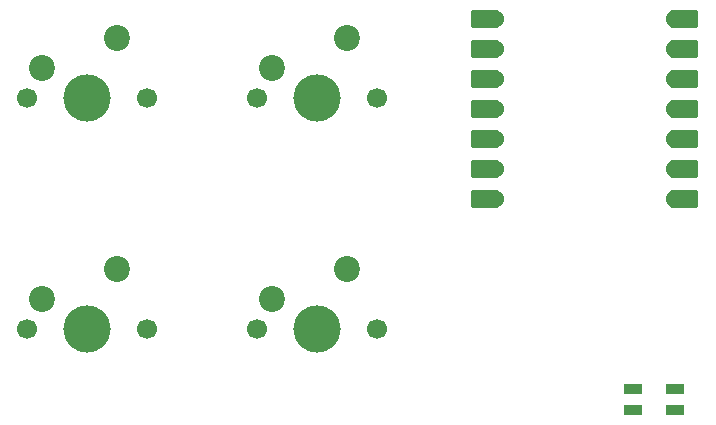
<source format=gbr>
%TF.GenerationSoftware,KiCad,Pcbnew,8.0.8*%
%TF.CreationDate,2025-02-15T15:34:16+01:00*%
%TF.ProjectId,Hacpad,48616370-6164-42e6-9b69-6361645f7063,rev?*%
%TF.SameCoordinates,Original*%
%TF.FileFunction,Soldermask,Top*%
%TF.FilePolarity,Negative*%
%FSLAX46Y46*%
G04 Gerber Fmt 4.6, Leading zero omitted, Abs format (unit mm)*
G04 Created by KiCad (PCBNEW 8.0.8) date 2025-02-15 15:34:16*
%MOMM*%
%LPD*%
G01*
G04 APERTURE LIST*
G04 Aperture macros list*
%AMRoundRect*
0 Rectangle with rounded corners*
0 $1 Rounding radius*
0 $2 $3 $4 $5 $6 $7 $8 $9 X,Y pos of 4 corners*
0 Add a 4 corners polygon primitive as box body*
4,1,4,$2,$3,$4,$5,$6,$7,$8,$9,$2,$3,0*
0 Add four circle primitives for the rounded corners*
1,1,$1+$1,$2,$3*
1,1,$1+$1,$4,$5*
1,1,$1+$1,$6,$7*
1,1,$1+$1,$8,$9*
0 Add four rect primitives between the rounded corners*
20,1,$1+$1,$2,$3,$4,$5,0*
20,1,$1+$1,$4,$5,$6,$7,0*
20,1,$1+$1,$6,$7,$8,$9,0*
20,1,$1+$1,$8,$9,$2,$3,0*%
G04 Aperture macros list end*
%ADD10C,1.700000*%
%ADD11C,4.000000*%
%ADD12C,2.200000*%
%ADD13RoundRect,0.152400X1.063600X0.609600X-1.063600X0.609600X-1.063600X-0.609600X1.063600X-0.609600X0*%
%ADD14C,1.524000*%
%ADD15RoundRect,0.152400X-1.063600X-0.609600X1.063600X-0.609600X1.063600X0.609600X-1.063600X0.609600X0*%
%ADD16R,1.600000X0.850000*%
G04 APERTURE END LIST*
D10*
%TO.C,SW2*%
X73920000Y-59500000D03*
D11*
X79000000Y-59500000D03*
D10*
X84080000Y-59500000D03*
D12*
X81540000Y-54420000D03*
X75190000Y-56960000D03*
%TD*%
D10*
%TO.C,SW3*%
X54420000Y-79000000D03*
D11*
X59500000Y-79000000D03*
D10*
X64580000Y-79000000D03*
D12*
X62040000Y-73920000D03*
X55690000Y-76460000D03*
%TD*%
D10*
%TO.C,SW1*%
X54420000Y-59500000D03*
D11*
X59500000Y-59500000D03*
D10*
X64580000Y-59500000D03*
D12*
X62040000Y-54420000D03*
X55690000Y-56960000D03*
%TD*%
D13*
%TO.C,U1*%
X93165000Y-52760000D03*
D14*
X94000000Y-52760000D03*
D13*
X93165000Y-55300000D03*
D14*
X94000000Y-55300000D03*
D13*
X93165000Y-57840000D03*
D14*
X94000000Y-57840000D03*
D13*
X93165000Y-60380000D03*
D14*
X94000000Y-60380000D03*
D13*
X93165000Y-62920000D03*
D14*
X94000000Y-62920000D03*
D13*
X93165000Y-65460000D03*
D14*
X94000000Y-65460000D03*
D13*
X93165000Y-68000000D03*
D14*
X94000000Y-68000000D03*
X109240000Y-68000000D03*
D15*
X110075000Y-68000000D03*
D14*
X109240000Y-65460000D03*
D15*
X110075000Y-65460000D03*
D14*
X109240000Y-62920000D03*
D15*
X110075000Y-62920000D03*
D14*
X109240000Y-60380000D03*
D15*
X110075000Y-60380000D03*
D14*
X109240000Y-57840000D03*
D15*
X110075000Y-57840000D03*
D14*
X109240000Y-55300000D03*
D15*
X110075000Y-55300000D03*
D14*
X109240000Y-52760000D03*
D15*
X110075000Y-52760000D03*
%TD*%
D10*
%TO.C,SW4*%
X73920000Y-79000000D03*
D11*
X79000000Y-79000000D03*
D10*
X84080000Y-79000000D03*
D12*
X81540000Y-73920000D03*
X75190000Y-76460000D03*
%TD*%
D16*
%TO.C,D1*%
X105750000Y-84125000D03*
X105750000Y-85875000D03*
X109250000Y-85875000D03*
X109250000Y-84125000D03*
%TD*%
M02*

</source>
